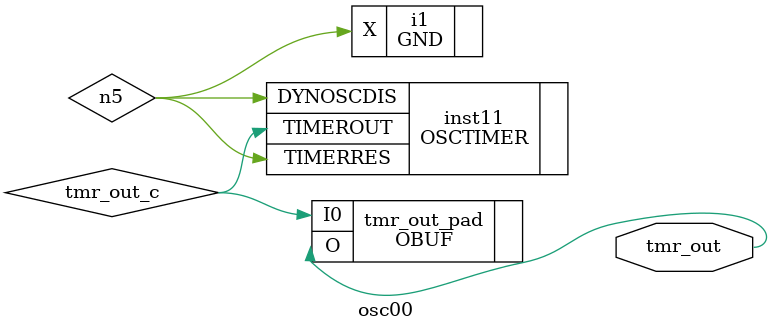
<source format=v>

module osc00 (tmr_out);   // osc00.vhd(6[8:13])
    output tmr_out;   // osc00.vhd(8[7:14])
    
    
    wire n5, tmr_out_c, pwr;
    
    OSCTIMER inst11 (.DYNOSCDIS(n5), .TIMERRES(n5), .TIMEROUT(tmr_out_c)) /* synthesis syn_instantiated=1 */ ;   // osc00.vhd(25[9:17])
    defparam inst11.TIMER_DIV = "1048576";
    GND i1 (.X(n5));
    OBUF tmr_out_pad (.O(tmr_out), .I0(tmr_out_c));   // C:/ispLEVER_Classic2_0/lse/userware/NT/SYNTHESIS_HEADERS/mach.v(270[8:12])
    VCC i17 (.X(pwr));
    
endmodule
//
// Verilog Description of module \OSCTIMER("1048576")(1,7) 
// module not written out since it is a black-box. 
//

//
// Verilog Description of module GND
// module not written out since it is a black-box. 
//

//
// Verilog Description of module VCC
// module not written out since it is a black-box. 
//


</source>
